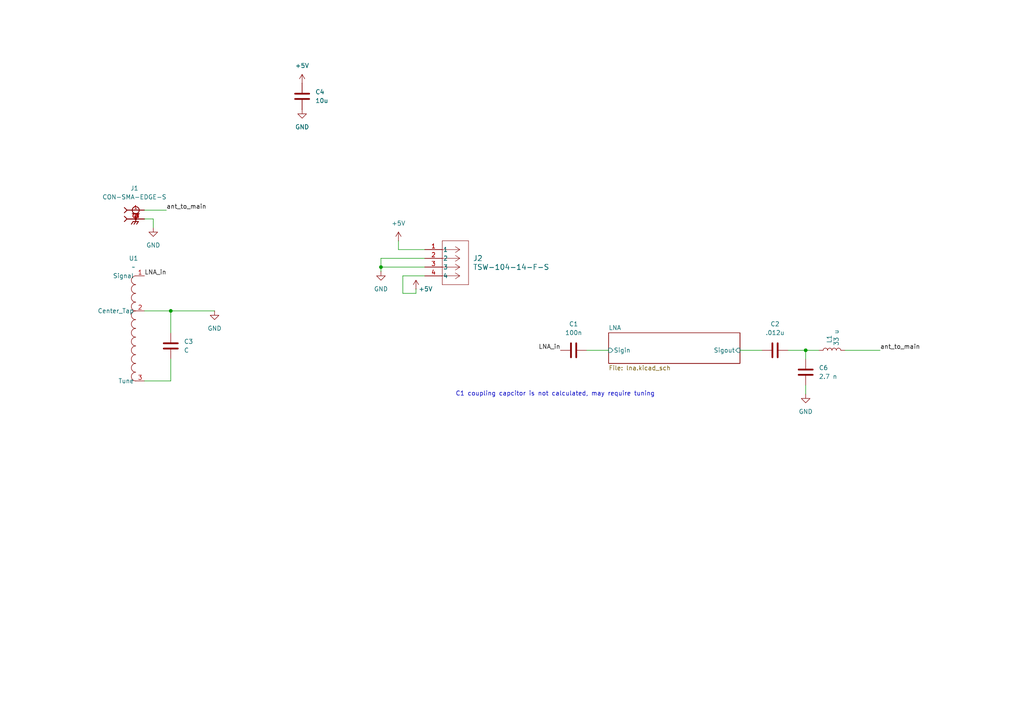
<source format=kicad_sch>
(kicad_sch (version 20250114) (generator "eeschema") (generator_version "9.0")
  (paper "A4")
  (lib_symbols
    (symbol "Device:C" (pin_numbers (hide yes)) (pin_names (offset 0.254))
      (property "Reference" "C" (at 0.635 2.54 0))
      (property "Value" "C" (at 0.635 -2.54 0))
      (symbol "C_0_1"
        (polyline (pts (xy -2.032 0.762) (xy 2.032 0.762)) (stroke (width 0.508)))
        (polyline (pts (xy -2.032 -0.762) (xy 2.032 -0.762)) (stroke (width 0.508)))
      )
      (symbol "C_1_1"
        (pin passive line (at 0 3.81 270) (length 2.794) (name "~") (number "1"))
        (pin passive line (at 0 -3.81 90) (length 2.794) (name "~") (number "2"))
      )
    )
    (symbol "Device:L" (pin_numbers (hide yes)) (pin_names (offset 1.016) (hide yes))
      (property "Reference" "L" (at -1.27 0 90))
      (property "Value" "L" (at 1.905 0 90))
      (symbol "L_0_1"
        (arc (start 0 2.54) (mid 0.6323 1.905) (end 0 1.27))
        (arc (start 0 1.27) (mid 0.6323 0.635) (end 0 0))
        (arc (start 0 0) (mid 0.6323 -0.635) (end 0 -1.27))
        (arc (start 0 -1.27) (mid 0.6323 -1.905) (end 0 -2.54))
      )
      (symbol "L_1_1"
        (pin passive line (at 0 3.81 270) (length 1.27) (name "1") (number "1"))
        (pin passive line (at 0 -3.81 90) (length 1.27) (name "2") (number "2"))
      )
    )
    (symbol "SMA:CON-SMA-EDGE-S" (pin_names (offset 1.016))
      (property "Reference" "J" (at -3.81 4.064 0))
      (property "Value" "CON-SMA-EDGE-S" (at -4.064 -4.318 0))
      (symbol "CON-SMA-EDGE-S_0_0"
        (polyline (pts (xy -3.302 3.302) (xy -2.54 2.54)) (stroke (width 0.254)))
        (polyline (pts (xy -3.302 1.778) (xy -2.54 2.54)) (stroke (width 0.254)))
        (polyline (pts (xy -3.302 0.762) (xy -2.54 0)) (stroke (width 0.254)))
        (polyline (pts (xy -3.302 -0.762) (xy -2.54 0)) (stroke (width 0.254)))
        (polyline (pts (xy -2.54 2.54) (xy 2.54 2.54)) (stroke (width 0.254)))
        (polyline (pts (xy -2.54 0) (xy 0 0)) (stroke (width 0.254)))
        (polyline (pts (xy -1.016 1.524) (xy 0 1.524)) (stroke (width 0.254)))
        (polyline (pts (xy -0.762 -0.762) (xy -1.27 -1.524)) (stroke (width 0.254)))
        (circle (center 0 2.54) (radius 1.016) (stroke (width 0.254)))
        (polyline (pts (xy 0 1.524) (xy 0 0)) (stroke (width 0.254)))
        (polyline (pts (xy 0 1.524) (xy 1.016 1.524)) (stroke (width 0.254)))
        (polyline (pts (xy 0 0) (xy -2.286 0)) (stroke (width 0.254)))
        (polyline (pts (xy 0 0) (xy 0 -0.762)) (stroke (width 0.254)))
        (circle (center 0 0) (radius 0.254) (stroke (width 0.254)))
        (polyline (pts (xy 0 -0.762) (xy -0.508 -1.524)) (stroke (width 0.254)))
        (polyline (pts (xy 0.762 -0.762) (xy -0.762 -0.762)) (stroke (width 0.254)))
        (polyline (pts (xy 0.762 -0.762) (xy 0.254 -1.524)) (stroke (width 0.254)))
        (polyline (pts (xy 2.54 0) (xy 0 0)) (stroke (width 0.254)))
        (pin passive line (at 2.54 2.54 180) (length 5.08) (name "~") (number "1"))
        (pin passive line (at 2.54 0 180) (length 5.08) (name "~") (number "G1"))
        (pin passive line (at 2.54 0 180) (length 5.08) (name "~") (number "G2"))
        (pin passive line (at 2.54 0 180) (length 5.08) (name "~") (number "G3"))
        (pin passive line (at 2.54 0 180) (length 5.08) (name "~") (number "G4"))
      )
    )
    (symbol "custom:Antenna"
      (property "Reference" "U" (at 0 0 0))
      (symbol "Antenna_0_1"
        (arc (start 0 -1.27) (mid 1.27 -2.54) (end 0 -3.81))
        (arc (start 0 -3.81) (mid 1.27 -5.08) (end 0 -6.35))
        (arc (start 0 -6.35) (mid 1.27 -7.62) (end 0 -8.89))
        (arc (start 0 -8.89) (mid 1.27 -10.16) (end 0 -11.43))
        (arc (start 0 -11.43) (mid 1.27 -12.7) (end 0 -13.97))
        (arc (start 0 -13.97) (mid 1.27 -15.24) (end 0 -16.51))
        (arc (start 0 -16.51) (mid 1.27 -17.78) (end 0 -19.05))
        (arc (start 0 -19.05) (mid 1.27 -20.32) (end 0 -21.59))
        (arc (start 0 -21.59) (mid 1.27 -22.86) (end 0 -24.13))
        (arc (start 0 -24.13) (mid 1.27 -25.4) (end 0 -26.67))
        (arc (start 0 -26.67) (mid 1.27 -27.94) (end 0 -29.21))
        (arc (start 0 -29.21) (mid 1.27 -30.48) (end 0 -31.75))
      )
      (symbol "Antenna_1_1"
        (pin bidirectional line (at -2.54 -1.27 0) (length 2.54) (name "Signal") (number "1"))
        (pin bidirectional line (at -2.54 -11.43 0) (length 2.54) (name "Center_Tap") (number "2"))
        (pin bidirectional line (at -2.54 -31.75 0) (length 2.54) (name "Tune") (number "3"))
      )
    )
    (symbol "pin_header:TSW-104-14-F-S" (pin_names (offset 0.254))
      (property "Reference" "J" (at 8.89 6.35 0))
      (property "Value" "TSW-104-14-F-S" (at 0 0 0))
      (symbol "TSW-104-14-F-S_1_1"
        (polyline (pts (xy 5.08 2.54) (xy 5.08 -10.16)) (stroke (width 0.127)))
        (polyline (pts (xy 5.08 -10.16) (xy 12.7 -10.16)) (stroke (width 0.127)))
        (polyline (pts (xy 10.16 0) (xy 5.08 0)) (stroke (width 0.127)))
        (polyline (pts (xy 10.16 0) (xy 8.89 0.8467)) (stroke (width 0.127)))
        (polyline (pts (xy 10.16 0) (xy 8.89 -0.8467)) (stroke (width 0.127)))
        (polyline (pts (xy 10.16 -2.54) (xy 5.08 -2.54)) (stroke (width 0.127)))
        (polyline (pts (xy 10.16 -2.54) (xy 8.89 -1.6933)) (stroke (width 0.127)))
        (polyline (pts (xy 10.16 -2.54) (xy 8.89 -3.3867)) (stroke (width 0.127)))
        (polyline (pts (xy 10.16 -5.08) (xy 5.08 -5.08)) (stroke (width 0.127)))
        (polyline (pts (xy 10.16 -5.08) (xy 8.89 -4.2333)) (stroke (width 0.127)))
        (polyline (pts (xy 10.16 -5.08) (xy 8.89 -5.9267)) (stroke (width 0.127)))
        (polyline (pts (xy 10.16 -7.62) (xy 5.08 -7.62)) (stroke (width 0.127)))
        (polyline (pts (xy 10.16 -7.62) (xy 8.89 -6.7733)) (stroke (width 0.127)))
        (polyline (pts (xy 10.16 -7.62) (xy 8.89 -8.4667)) (stroke (width 0.127)))
        (polyline (pts (xy 12.7 2.54) (xy 5.08 2.54)) (stroke (width 0.127)))
        (polyline (pts (xy 12.7 -10.16) (xy 12.7 2.54)) (stroke (width 0.127)))
        (pin unspecified line (at 0 0 0) (length 5.08) (name "1") (number "1"))
        (pin unspecified line (at 0 -2.54 0) (length 5.08) (name "2") (number "2"))
        (pin unspecified line (at 0 -5.08 0) (length 5.08) (name "3") (number "3"))
        (pin unspecified line (at 0 -7.62 0) (length 5.08) (name "4") (number "4"))
      )
      (symbol "TSW-104-14-F-S_1_2"
        (polyline (pts (xy 5.08 2.54) (xy 5.08 -10.16)) (stroke (width 0.127)))
        (polyline (pts (xy 5.08 -10.16) (xy 12.7 -10.16)) (stroke (width 0.127)))
        (polyline (pts (xy 7.62 0) (xy 5.08 0)) (stroke (width 0.127)))
        (polyline (pts (xy 7.62 0) (xy 8.89 0.8467)) (stroke (width 0.127)))
        (polyline (pts (xy 7.62 0) (xy 8.89 -0.8467)) (stroke (width 0.127)))
        (polyline (pts (xy 7.62 -2.54) (xy 5.08 -2.54)) (stroke (width 0.127)))
        (polyline (pts (xy 7.62 -2.54) (xy 8.89 -1.6933)) (stroke (width 0.127)))
        (polyline (pts (xy 7.62 -2.54) (xy 8.89 -3.3867)) (stroke (width 0.127)))
        (polyline (pts (xy 7.62 -5.08) (xy 5.08 -5.08)) (stroke (width 0.127)))
        (polyline (pts (xy 7.62 -5.08) (xy 8.89 -4.2333)) (stroke (width 0.127)))
        (polyline (pts (xy 7.62 -5.08) (xy 8.89 -5.9267)) (stroke (width 0.127)))
        (polyline (pts (xy 7.62 -7.62) (xy 5.08 -7.62)) (stroke (width 0.127)))
        (polyline (pts (xy 7.62 -7.62) (xy 8.89 -6.7733)) (stroke (width 0.127)))
        (polyline (pts (xy 7.62 -7.62) (xy 8.89 -8.4667)) (stroke (width 0.127)))
        (polyline (pts (xy 12.7 2.54) (xy 5.08 2.54)) (stroke (width 0.127)))
        (polyline (pts (xy 12.7 -10.16) (xy 12.7 2.54)) (stroke (width 0.127)))
        (pin unspecified line (at 0 0 0) (length 5.08) (name "1") (number "1"))
        (pin unspecified line (at 0 -2.54 0) (length 5.08) (name "2") (number "2"))
        (pin unspecified line (at 0 -5.08 0) (length 5.08) (name "3") (number "3"))
        (pin unspecified line (at 0 -7.62 0) (length 5.08) (name "4") (number "4"))
      )
    )
    (symbol "power:+5V" (power) (pin_numbers (hide yes)) (pin_names (offset 0) (hide yes))
      (property "Value" "+5V" (at 0 3.556 0))
      (symbol "+5V_0_1"
        (polyline (pts (xy -0.762 1.27) (xy 0 2.54)))
        (polyline (pts (xy 0 2.54) (xy 0.762 1.27)))
        (polyline (pts (xy 0 0) (xy 0 2.54)))
      )
      (symbol "+5V_1_1"
        (pin power_in line (at 0 0 90) (length 0) (name "~") (number "1"))
      )
    )
    (symbol "power:GND" (power) (pin_numbers (hide yes)) (pin_names (offset 0) (hide yes))
      (property "Value" "GND" (at 0 -3.81 0))
      (symbol "GND_0_1"
        (polyline (pts (xy 0 0) (xy 0 -1.27) (xy 1.27 -1.27) (xy 0 -2.54) (xy -1.27 -1.27) (xy 0 -1.27)))
      )
      (symbol "GND_1_1"
        (pin power_in line (at 0 0 270) (length 0) (name "~") (number "1"))
      )
    )
  )
  (text "C1 coupling capcitor is not calculated, may require tuning\n" (at 161.036 114.3 0) (effects (font (size 1.27 1.27))))
  (junction (at 49.53 90.17))
  (junction (at 233.68 101.6))
  (junction (at 110.49 77.47))
  (wire (pts (xy 123.19 77.47) (xy 110.49 77.47)))
  (wire (pts (xy 49.53 90.17) (xy 62.23 90.17)))
  (wire (pts (xy 214.63 101.6) (xy 220.98 101.6)))
  (wire (pts (xy 44.45 63.5) (xy 44.45 66.04)))
  (wire (pts (xy 110.49 77.47) (xy 110.49 78.74)))
  (wire (pts (xy 228.6 101.6) (xy 233.68 101.6)))
  (wire (pts (xy 245.11 101.6) (xy 255.27 101.6)))
  (wire (pts (xy 115.57 69.85) (xy 115.57 72.39)))
  (wire (pts (xy 120.65 83.82) (xy 120.65 85.09)))
  (wire (pts (xy 123.19 72.39) (xy 115.57 72.39)))
  (wire (pts (xy 123.19 74.93) (xy 110.49 74.93)))
  (wire (pts (xy 49.53 110.49) (xy 41.91 110.49)))
  (wire (pts (xy 233.68 101.6) (xy 237.49 101.6)))
  (wire (pts (xy 116.84 80.01) (xy 116.84 85.09)))
  (wire (pts (xy 123.19 80.01) (xy 116.84 80.01)))
  (wire (pts (xy 233.68 101.6) (xy 233.68 104.14)))
  (wire (pts (xy 233.68 111.76) (xy 233.68 114.3)))
  (wire (pts (xy 49.53 96.52) (xy 49.53 90.17)))
  (wire (pts (xy 41.91 60.96) (xy 48.26 60.96)))
  (wire (pts (xy 49.53 90.17) (xy 41.91 90.17)))
  (wire (pts (xy 110.49 74.93) (xy 110.49 77.47)))
  (wire (pts (xy 41.91 63.5) (xy 44.45 63.5)))
  (wire (pts (xy 116.84 85.09) (xy 120.65 85.09)))
  (wire (pts (xy 170.18 101.6) (xy 176.53 101.6)))
  (wire (pts (xy 49.53 104.14) (xy 49.53 110.49)))
  (label "LNA_in" (at 162.56 101.6 180))
  (label "ant_to_main" (at 255.27 101.6 0))
  (label "ant_to_main" (at 48.26 60.96 0))
  (label "LNA_in" (at 41.91 80.01 0))
  (symbol (lib_id "power:+5V") (at 87.63 24.13 0) (unit 1)
    (property "Reference" "#PWR07" (effects (hide yes)))
    (property "Value" "+5V" (at 87.63 19.05 0))
    (property "Description" "Power symbol creates a global label with name \"+5V\"" (effects (hide yes)))
  )
  (symbol (lib_id "power:GND") (at 87.63 31.75 0) (unit 1)
    (property "Reference" "#PWR06" (effects (hide yes)))
    (property "Value" "GND" (at 87.63 36.83 0))
    (property "Description" "Power symbol creates a global label with name \"GND\" , ground" (effects (hide yes)))
  )
  (symbol (lib_id "Device:C") (at 233.68 107.95 0) (unit 1)
    (property "Reference" "C6" (at 237.49 106.6799 0) (effects (justify left)))
    (property "Value" "2.7 n" (at 237.49 109.2199 0) (effects (justify left)))
    (property "Footprint" "Capacitor_SMD:C_0603_1608Metric" (effects (hide yes)))
    (property "Description" "Unpolarized capacitor" (effects (hide yes)))
  )
  (symbol (lib_id "power:GND") (at 110.49 78.74 0) (unit 1)
    (property "Reference" "#PWR011" (effects (hide yes)))
    (property "Value" "GND" (at 110.49 83.82 0))
    (property "Description" "Power symbol creates a global label with name \"GND\" , ground" (effects (hide yes)))
  )
  (symbol (lib_id "Device:C") (at 224.79 101.6 90) (unit 1)
    (property "Reference" "C2" (at 224.79 93.98 90))
    (property "Value" ".012u" (at 224.79 96.52 90))
    (property "Footprint" "Capacitor_SMD:C_0603_1608Metric" (effects (hide yes)))
    (property "Description" "Unpolarized capacitor" (effects (hide yes)))
  )
  (symbol (lib_id "custom:Antenna") (at 39.37 78.74 0) (mirror y) (unit 1)
    (property "Reference" "U1" (at 38.735 74.93 0))
    (property "Value" "~" (at 38.735 77.47 0))
    (property "Footprint" "custom:Antenna" (effects (hide yes)))
  )
  (symbol (lib_id "SMA:CON-SMA-EDGE-S") (at 39.37 63.5 0) (unit 1)
    (property "Reference" "J1" (at 38.989 54.61 0))
    (property "Value" "CON-SMA-EDGE-S" (at 38.989 57.15 0))
    (property "Footprint" "SMA_fp:RFSOLUTIONS_CON-SMA-EDGE-S" (effects (hide yes)))
    (property "PARTREV" "1" (effects (hide yes)))
    (property "STANDARD" "Manufacturer Recommendations" (effects (hide yes)))
    (property "MAXIMUM_PACKAGE_HEIGHT" "6.35mm" (effects (hide yes)))
    (property "MANUFACTURER" "RF Solutions" (effects (hide yes)))
  )
  (symbol (lib_id "pin_header:TSW-104-14-F-S") (at 123.19 72.39 0) (unit 1)
    (property "Reference" "J2" (at 137.16 74.9299 0) (effects (font (size 1.524 1.524)) (justify left)))
    (property "Value" "TSW-104-14-F-S" (at 137.16 77.4699 0) (effects (font (size 1.524 1.524)) (justify left)))
    (property "Footprint" "pin_header_fp:CON4_1X4_TU_TSW" (effects (hide yes)))
    (property "Datasheet" "TSW-104-14-F-S" (effects (hide yes)))
  )
  (symbol (lib_id "Device:C") (at 87.63 27.94 0) (unit 1)
    (property "Reference" "C4" (at 91.44 26.6699 0) (effects (justify left)))
    (property "Value" "10u" (at 91.44 29.2099 0) (effects (justify left)))
    (property "Footprint" "Capacitor_SMD:C_0603_1608Metric" (effects (hide yes)))
    (property "Description" "Unpolarized capacitor" (effects (hide yes)))
  )
  (symbol (lib_id "power:+5V") (at 120.65 83.82 0) (unit 1)
    (property "Reference" "#PWR013" (effects (hide yes)))
    (property "Value" "+5V" (at 123.444 83.82 0))
    (property "Description" "Power symbol creates a global label with name \"+5V\"" (effects (hide yes)))
  )
  (symbol (lib_id "Device:L") (at 241.3 101.6 90) (unit 1)
    (property "Reference" "L1" (at 240.538 99.568 0) (effects (justify left)))
    (property "Value" "33 u" (at 242.5699 100.33 0) (effects (justify left)))
    (property "Footprint" "Inductor_SMD:L_0603_1608Metric" (effects (hide yes)))
    (property "Description" "Inductor" (effects (hide yes)))
  )
  (symbol (lib_id "power:GND") (at 44.45 66.04 0) (unit 1)
    (property "Reference" "#PWR010" (effects (hide yes)))
    (property "Value" "GND" (at 44.45 71.12 0))
    (property "Description" "Power symbol creates a global label with name \"GND\" , ground" (effects (hide yes)))
  )
  (symbol (lib_id "Device:C") (at 166.37 101.6 90) (unit 1)
    (property "Reference" "C1" (at 166.37 93.98 90))
    (property "Value" "100n" (at 166.37 96.52 90))
    (property "Footprint" "Capacitor_SMD:C_0603_1608Metric" (effects (hide yes)))
    (property "Description" "Unpolarized capacitor" (effects (hide yes)))
  )
  (symbol (lib_id "Device:C") (at 49.53 100.33 0) (unit 1)
    (property "Reference" "C3" (at 53.34 99.0599 0) (effects (justify left)))
    (property "Value" "C" (at 53.34 101.5999 0) (effects (justify left)))
    (property "Footprint" "custom:Tuning_Cap" (effects (hide yes)))
    (property "Description" "Unpolarized capacitor" (effects (hide yes)))
  )
  (symbol (lib_id "power:GND") (at 62.23 90.17 0) (unit 1)
    (property "Reference" "#PWR05" (effects (hide yes)))
    (property "Value" "GND" (at 62.23 95.25 0))
    (property "Description" "Power symbol creates a global label with name \"GND\" , ground" (effects (hide yes)))
  )
  (symbol (lib_id "power:+5V") (at 115.57 69.85 0) (unit 1)
    (property "Reference" "#PWR012" (effects (hide yes)))
    (property "Value" "+5V" (at 115.57 64.77 0))
    (property "Description" "Power symbol creates a global label with name \"+5V\"" (effects (hide yes)))
  )
  (symbol (lib_id "power:GND") (at 233.68 114.3 0) (unit 1)
    (property "Reference" "#PWR014" (effects (hide yes)))
    (property "Value" "GND" (at 233.68 119.38 0))
    (property "Description" "Power symbol creates a global label with name \"GND\" , ground" (effects (hide yes)))
  )
  (sheet (at 176.53 96.52) (size 38.1 8.89) (stroke (width 0.1524))
    (property "Sheetname" "LNA" (at 176.53 95.8084 0) (effects (justify left bottom)))
    (property "Sheetfile" "lna.kicad_sch" (at 176.53 105.9946 0) (effects (justify left top)))
    (pin "Sigin" input (at 176.53 101.6 180))
    (pin "Sigout" input (at 214.63 101.6 0))
  )
)
</source>
